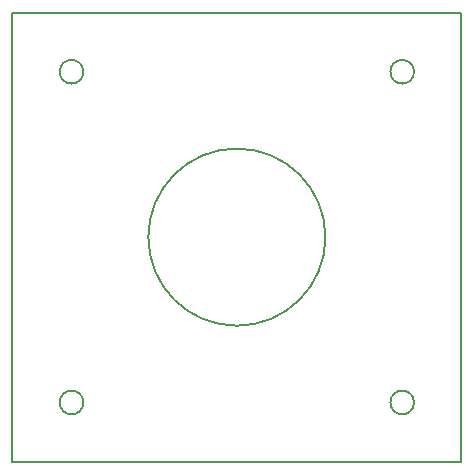
<source format=gbr>
%TF.GenerationSoftware,KiCad,Pcbnew,(5.0.0)*%
%TF.CreationDate,2020-05-10T15:03:53+01:00*%
%TF.ProjectId,anneau_led,616E6E6561755F6C65642E6B69636164,rev?*%
%TF.SameCoordinates,Original*%
%TF.FileFunction,Profile,NP*%
%FSLAX46Y46*%
G04 Gerber Fmt 4.6, Leading zero omitted, Abs format (unit mm)*
G04 Created by KiCad (PCBNEW (5.0.0)) date 05/10/20 15:03:53*
%MOMM*%
%LPD*%
G01*
G04 APERTURE LIST*
%ADD10C,0.200000*%
G04 APERTURE END LIST*
D10*
X115000000Y-114000000D02*
G75*
G03X115000000Y-114000000I-1000000J0D01*
G01*
X87000000Y-114000000D02*
G75*
G03X87000000Y-114000000I-1000000J0D01*
G01*
X87000000Y-86000000D02*
G75*
G03X87000000Y-86000000I-1000000J0D01*
G01*
X115000000Y-86000000D02*
G75*
G03X115000000Y-86000000I-1000000J0D01*
G01*
X81000000Y-81000000D02*
X119000000Y-81000000D01*
X81000000Y-81000000D02*
X81000000Y-119000000D01*
X81000000Y-119000000D02*
X119000000Y-119000000D01*
X119000000Y-81000000D02*
X119000000Y-119000000D01*
X107500000Y-100000000D02*
G75*
G03X107500000Y-100000000I-7500000J0D01*
G01*
M02*

</source>
